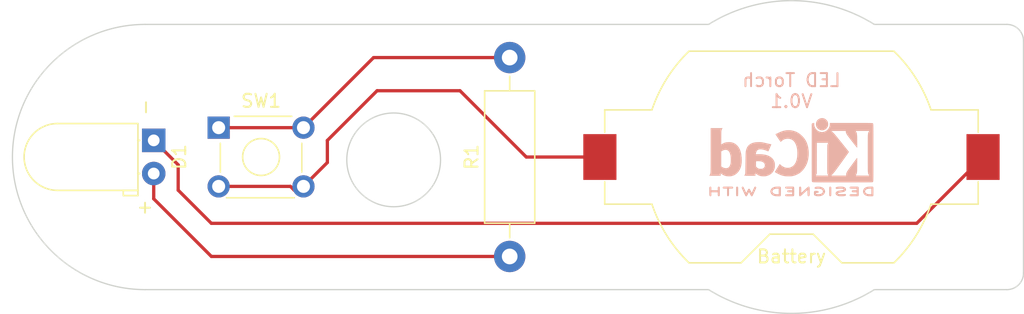
<source format=kicad_pcb>
(kicad_pcb (version 20211014) (generator pcbnew)
  (title_block (title "LED torch") (date "2022-07-12") (rev "0.1") (comment 1 "KiCad Pro 3de ") (comment 2 "Casper Tak"))
  (layers (0 "F.Cu" signal) (31 "B.Cu" signal) (34 "B.Paste" user) (35 "F.Paste" user) (36 "B.SilkS" user "B.Silkscreen") (37 "F.SilkS" user "F.Silkscreen") (38 "B.Mask" user) (39 "F.Mask" user) (44 "Edge.Cuts" user))
  (net 0 "")
  (net 1 "/bat_pos")
  (net 2 "/LED_cathode")
  (net 3 "/LED_anode")
  (net 4 "Net-(R1-Pad2)")
  (footprint "Battery:BatteryHolder_Keystone_1058_1x2032" (layer "F.Cu") (at 228.6 104.14)
    (fp_text reference "Battery" (at 0 7.62) (layer "F.SilkS"))
    (fp_text value "Battery_Cell")
    (pad "1" smd rect (at -14.68 0) (size 2.54 3.51) (layers "F.Cu" "F.Paste" "F.Mask") (net 1 "/bat_pos"))
    (pad "2" smd rect (at 14.68 0) (size 2.54 3.51) (layers "F.Cu" "F.Paste" "F.Mask") (net 2 "/LED_cathode"))
  )
  (footprint "LED_THT:LED_D5.0mm_Horizontal_O1.27mm_Z3.0mm" (layer "F.Cu") (at 179.735 102.865 -90)
    (fp_text reference "D1" (at 1.27 -1.96 90) (layer "F.SilkS"))
    (fp_text value "LED")
    (pad "1" thru_hole rect (at 0 0 270) (size 1.8 1.8) (drill 0.9) (layers *.Cu *.Mask) (net 2 "/LED_cathode"))
    (pad "2" thru_hole circle (at 2.54 0 270) (size 1.8 1.8) (drill 0.9) (layers *.Cu *.Mask) (net 3 "/LED_anode"))
  )
  (footprint "Button_Switch_THT:SW_TH_Tactile_Omron_B3F-10xx" (layer "F.Cu") (at 184.71 101.89)
    (fp_text reference "SW1" (at 3.25 -2.05) (layer "F.SilkS"))
    (fp_text value "SW_DPST_x2")
    (pad "1" thru_hole rect (at 0 0) (size 1.7 1.7) (drill 1) (layers *.Cu *.Mask) (net 4 "Net-(R1-Pad2)"))
    (pad "1" thru_hole circle (at 6.5 0) (size 1.7 1.7) (drill 1) (layers *.Cu *.Mask) (net 4 "Net-(R1-Pad2)"))
    (pad "2" thru_hole circle (at 6.5 4.5) (size 1.7 1.7) (drill 1) (layers *.Cu *.Mask) (net 1 "/bat_pos"))
    (pad "2" thru_hole circle (at 0 4.5) (size 1.7 1.7) (drill 1) (layers *.Cu *.Mask) (net 1 "/bat_pos"))
  )
  (footprint "Resistor_THT:R_Axial_DIN0411_L9.9mm_D3.6mm_P15.24mm_Horizontal" (layer "F.Cu") (at 207.01 111.76 90)
    (fp_text reference "R1" (at 7.62 -2.92 90) (layer "F.SilkS"))
    (fp_text value "R")
    (pad "1" thru_hole circle (at 0 0 90) (size 2.4 2.4) (drill 1.2) (layers *.Cu *.Mask) (net 3 "/LED_anode"))
    (pad "2" thru_hole oval (at 15.24 0 90) (size 2.4 2.4) (drill 1.2) (layers *.Cu *.Mask) (net 4 "Net-(R1-Pad2)"))
  )
  (footprint "Symbol:KiCad-Logo2_5mm_SilkScreen" (layer "B.Cu") (at 228.6 104.14 180)
    (fp_text reference "REF**" hide)
    (fp_text value "KiCad-Logo2_5mm_SilkScreen" hide)
  )
  (gr_arc (start 222.25 93.98) (mid 228.6 92.158844) (end 234.95 93.98) (layer "Edge.Cuts") (width 0.1))
  (gr_line (start 245.11 114.3) (end 234.95 114.3) (layer "Edge.Cuts") (width 0.1))
  (gr_line (start 222.25 114.3) (end 179.07 114.3) (layer "Edge.Cuts") (width 0.1))
  (gr_arc (start 246.38 113.03) (mid 246.008026 113.928026) (end 245.11 114.3) (layer "Edge.Cuts") (width 0.1))
  (gr_arc (start 234.95 114.3) (mid 228.6 116.121156) (end 222.25 114.3) (layer "Edge.Cuts") (width 0.1))
  (gr_arc (start 179.07 114.3) (mid 168.91 104.14) (end 179.07 93.98) (layer "Edge.Cuts") (width 0.1))
  (gr_line (start 246.38 95.25) (end 246.38 113.03) (layer "Edge.Cuts") (width 0.1))
  (gr_line (start 179.07 93.98) (end 222.25 93.98) (layer "Edge.Cuts") (width 0.1))
  (gr_circle (center 198.12 104.357898) (end 200.66 106.897898) (layer "Edge.Cuts") (width 0.1) (fill none))
  (gr_line (start 234.95 93.98) (end 245.11 93.98) (layer "Edge.Cuts") (width 0.1))
  (gr_arc (start 245.11 93.98) (mid 246.008026 94.351974) (end 246.38 95.25) (layer "Edge.Cuts") (width 0.1))
  (gr_text "LED Torch\nV0.1\n" (at 228.6 99.06) (layer "B.SilkS") (effects (font (size 1 1)) (justify mirror)))
  (gr_text "-" (at 179.07 100.33 90) (layer "F.SilkS") (effects (font (size 1 1))))
  (gr_text "+" (at 179.07 107.95) (layer "F.SilkS") (effects (font (size 1 1))))
  (segment (start 190.21 106.39) (end 190.5 106.68) (width 0.25) (layer "F.Cu") (net 1))
  (segment (start 208.28 104.14) (end 203.2 99.06) (width 0.25) (layer "F.Cu") (net 1))
  (segment (start 196.85 99.06) (end 193.04 102.87) (width 0.25) (layer "F.Cu") (net 1))
  (segment (start 213.92 104.14) (end 208.28 104.14) (width 0.25) (layer "F.Cu") (net 1))
  (segment (start 190.5 106.68) (end 190.92 106.68) (width 0.25) (layer "F.Cu") (net 1))
  (segment (start 193.04 104.56) (end 191.21 106.39) (width 0.25) (layer "F.Cu") (net 1))
  (segment (start 193.04 102.87) (end 193.04 104.56) (width 0.25) (layer "F.Cu") (net 1))
  (segment (start 203.2 99.06) (end 196.85 99.06) (width 0.25) (layer "F.Cu") (net 1))
  (segment (start 184.71 106.39) (end 190.21 106.39) (width 0.25) (layer "F.Cu") (net 1))
  (segment (start 190.92 106.68) (end 191.21 106.39) (width 0.25) (layer "F.Cu") (net 1))
  (segment (start 181.61 104.74) (end 181.61 106.68) (width 0.25) (layer "F.Cu") (net 2))
  (segment (start 181.61 106.68) (end 184.15 109.22) (width 0.25) (layer "F.Cu") (net 2))
  (segment (start 184.15 109.22) (end 238.2 109.22) (width 0.25) (layer "F.Cu") (net 2))
  (segment (start 179.735 102.865) (end 181.61 104.74) (width 0.25) (layer "F.Cu") (net 2))
  (segment (start 238.2 109.22) (end 243.28 104.14) (width 0.25) (layer "F.Cu") (net 2))
  (segment (start 207.01 111.76) (end 184.155 111.76) (width 0.25) (layer "F.Cu") (net 3))
  (segment (start 179.735 107.34) (end 179.735 105.405) (width 0.25) (layer "F.Cu") (net 3))
  (segment (start 184.155 111.76) (end 179.735 107.34) (width 0.25) (layer "F.Cu") (net 3))
  (segment (start 196.58 96.52) (end 191.21 101.89) (width 0.25) (layer "F.Cu") (net 4))
  (segment (start 207.01 96.52) (end 196.58 96.52) (width 0.25) (layer "F.Cu") (net 4))
  (segment (start 184.71 101.89) (end 191.21 101.89) (width 0.25) (layer "F.Cu") (net 4))
)
</source>
